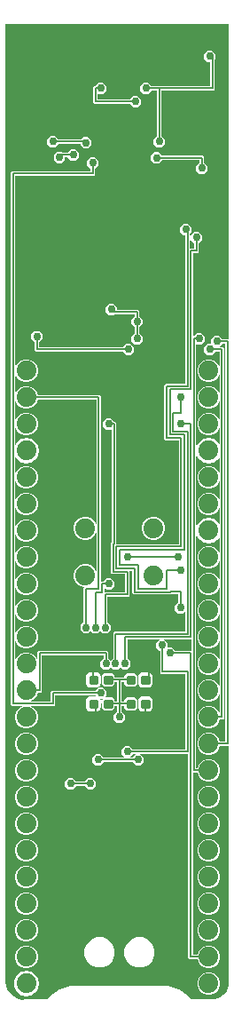
<source format=gbr>
G04 EAGLE Gerber RS-274X export*
G75*
%MOMM*%
%FSLAX34Y34*%
%LPD*%
%INBottom Copper*%
%IPPOS*%
%AMOC8*
5,1,8,0,0,1.08239X$1,22.5*%
G01*
%ADD10C,0.460000*%
%ADD11C,1.879600*%
%ADD12C,0.756400*%
%ADD13C,0.152400*%

G36*
X23240Y10097D02*
X23240Y10097D01*
X23240Y10098D01*
X23241Y10098D01*
X23380Y10155D01*
X24979Y10155D01*
X26573Y10287D01*
X26985Y10155D01*
X26986Y10156D01*
X26987Y10155D01*
X45543Y10155D01*
X45545Y10157D01*
X45547Y10157D01*
X47416Y12798D01*
X56594Y19583D01*
X67435Y23155D01*
X160758Y23155D01*
X171184Y19873D01*
X180143Y13610D01*
X182799Y10157D01*
X182802Y10157D01*
X182803Y10155D01*
X203200Y10155D01*
X205584Y10343D01*
X205585Y10343D01*
X205586Y10343D01*
X210120Y11816D01*
X210121Y11817D01*
X210122Y11817D01*
X213979Y14620D01*
X213979Y14621D01*
X213980Y14621D01*
X216783Y18478D01*
X216783Y18479D01*
X216784Y18480D01*
X218257Y23014D01*
X218257Y23015D01*
X218257Y23016D01*
X218266Y23123D01*
X218266Y23132D01*
X218266Y23133D01*
X218280Y23306D01*
X218281Y23316D01*
X218295Y23490D01*
X218295Y23500D01*
X218309Y23674D01*
X218310Y23684D01*
X218323Y23858D01*
X218324Y23868D01*
X218338Y24042D01*
X218339Y24052D01*
X218352Y24226D01*
X218353Y24236D01*
X218368Y24419D01*
X218368Y24429D01*
X218382Y24603D01*
X218383Y24613D01*
X218397Y24787D01*
X218397Y24797D01*
X218411Y24971D01*
X218412Y24981D01*
X218426Y25155D01*
X218426Y25165D01*
X218440Y25339D01*
X218441Y25349D01*
X218445Y25400D01*
X218445Y251714D01*
X218440Y251719D01*
X218440Y251718D01*
X218440Y251719D01*
X210475Y251719D01*
X210472Y251716D01*
X210471Y251716D01*
X208855Y247816D01*
X205784Y244745D01*
X201772Y243083D01*
X197428Y243083D01*
X193416Y244745D01*
X190345Y247816D01*
X188683Y251828D01*
X188683Y256172D01*
X190345Y260184D01*
X193416Y263255D01*
X197428Y264917D01*
X201772Y264917D01*
X205784Y263255D01*
X208855Y260184D01*
X210471Y256284D01*
X210474Y256283D01*
X210475Y256281D01*
X215392Y256281D01*
X215397Y256286D01*
X215396Y256286D01*
X215397Y256286D01*
X215397Y635254D01*
X215392Y635259D01*
X215392Y635258D01*
X215392Y635259D01*
X212510Y635259D01*
X212508Y635257D01*
X212506Y635257D01*
X209488Y632239D01*
X205850Y632239D01*
X205849Y632238D01*
X205847Y632238D01*
X205847Y632236D01*
X205845Y632234D01*
X205847Y632233D01*
X205847Y632230D01*
X205874Y632203D01*
X205877Y632203D01*
X205877Y632202D01*
X205878Y632201D01*
X213245Y632201D01*
X214581Y630865D01*
X214581Y278455D01*
X213245Y277119D01*
X210475Y277119D01*
X210472Y277116D01*
X210471Y277116D01*
X208855Y273216D01*
X205784Y270145D01*
X201772Y268483D01*
X197428Y268483D01*
X193416Y270145D01*
X190345Y273216D01*
X188683Y277228D01*
X188683Y281572D01*
X190345Y285584D01*
X193416Y288655D01*
X197428Y290317D01*
X201772Y290317D01*
X205784Y288655D01*
X208855Y285584D01*
X210009Y282798D01*
X210012Y282797D01*
X210013Y282795D01*
X210014Y282795D01*
X210015Y282795D01*
X210016Y282797D01*
X210019Y282799D01*
X210019Y282800D01*
X210019Y301400D01*
X210017Y301402D01*
X210016Y301405D01*
X210015Y301404D01*
X210014Y301405D01*
X210012Y301403D01*
X210009Y301402D01*
X208855Y298616D01*
X205784Y295545D01*
X201772Y293883D01*
X197428Y293883D01*
X193416Y295545D01*
X190345Y298616D01*
X188683Y302628D01*
X188683Y306972D01*
X190345Y310984D01*
X193416Y314055D01*
X197428Y315717D01*
X201772Y315717D01*
X205784Y314055D01*
X208855Y310984D01*
X210009Y308198D01*
X210012Y308197D01*
X210013Y308195D01*
X210014Y308195D01*
X210015Y308195D01*
X210016Y308198D01*
X210019Y308200D01*
X210019Y326800D01*
X210017Y326802D01*
X210016Y326805D01*
X210015Y326804D01*
X210014Y326805D01*
X210012Y326803D01*
X210009Y326802D01*
X208855Y324016D01*
X205784Y320945D01*
X201772Y319283D01*
X197428Y319283D01*
X193416Y320945D01*
X190345Y324016D01*
X188683Y328028D01*
X188683Y332372D01*
X190345Y336384D01*
X193416Y339455D01*
X197428Y341117D01*
X201772Y341117D01*
X205784Y339455D01*
X208855Y336384D01*
X210009Y333598D01*
X210012Y333597D01*
X210013Y333595D01*
X210014Y333596D01*
X210015Y333595D01*
X210016Y333598D01*
X210019Y333600D01*
X210019Y352200D01*
X210017Y352202D01*
X210016Y352205D01*
X210015Y352204D01*
X210014Y352205D01*
X210012Y352203D01*
X210009Y352202D01*
X208855Y349416D01*
X205784Y346345D01*
X201772Y344683D01*
X197428Y344683D01*
X193416Y346345D01*
X190345Y349416D01*
X188683Y353428D01*
X188683Y357772D01*
X190345Y361784D01*
X193416Y364855D01*
X197428Y366517D01*
X201772Y366517D01*
X205784Y364855D01*
X208855Y361784D01*
X210009Y358998D01*
X210012Y358997D01*
X210013Y358995D01*
X210014Y358996D01*
X210015Y358995D01*
X210016Y358998D01*
X210019Y359000D01*
X210019Y377600D01*
X210017Y377602D01*
X210016Y377605D01*
X210015Y377604D01*
X210014Y377605D01*
X210012Y377603D01*
X210009Y377602D01*
X208855Y374816D01*
X205784Y371745D01*
X201772Y370083D01*
X197428Y370083D01*
X193416Y371745D01*
X190345Y374816D01*
X188683Y378828D01*
X188683Y383172D01*
X190345Y387184D01*
X193416Y390255D01*
X197428Y391917D01*
X201772Y391917D01*
X205784Y390255D01*
X208855Y387184D01*
X210009Y384398D01*
X210012Y384397D01*
X210013Y384395D01*
X210014Y384395D01*
X210015Y384395D01*
X210016Y384398D01*
X210019Y384400D01*
X210019Y403000D01*
X210017Y403002D01*
X210016Y403005D01*
X210015Y403004D01*
X210014Y403005D01*
X210012Y403003D01*
X210009Y403002D01*
X208855Y400216D01*
X205784Y397145D01*
X201772Y395483D01*
X197428Y395483D01*
X193416Y397145D01*
X190345Y400216D01*
X188683Y404228D01*
X188683Y408572D01*
X190345Y412584D01*
X193416Y415655D01*
X197428Y417317D01*
X201772Y417317D01*
X205784Y415655D01*
X208855Y412584D01*
X210009Y409798D01*
X210012Y409797D01*
X210013Y409795D01*
X210014Y409795D01*
X210015Y409795D01*
X210016Y409798D01*
X210019Y409800D01*
X210019Y428400D01*
X210017Y428402D01*
X210016Y428405D01*
X210015Y428404D01*
X210014Y428405D01*
X210012Y428403D01*
X210009Y428402D01*
X208855Y425616D01*
X205784Y422545D01*
X201772Y420883D01*
X197428Y420883D01*
X193416Y422545D01*
X190345Y425616D01*
X188683Y429628D01*
X188683Y433972D01*
X190345Y437984D01*
X193416Y441055D01*
X197428Y442717D01*
X201772Y442717D01*
X205784Y441055D01*
X208855Y437984D01*
X210009Y435198D01*
X210012Y435197D01*
X210013Y435195D01*
X210014Y435195D01*
X210015Y435195D01*
X210016Y435198D01*
X210019Y435200D01*
X210019Y451342D01*
X210017Y451344D01*
X210017Y451346D01*
X210015Y451346D01*
X210014Y451347D01*
X210012Y451345D01*
X210009Y451344D01*
X209806Y450946D01*
X208702Y449426D01*
X207374Y448098D01*
X205854Y446994D01*
X204181Y446141D01*
X202394Y445561D01*
X200539Y445267D01*
X199605Y445267D01*
X199605Y457200D01*
X199605Y469133D01*
X200539Y469133D01*
X202394Y468839D01*
X204181Y468259D01*
X205854Y467406D01*
X207374Y466302D01*
X208702Y464974D01*
X209806Y463454D01*
X210009Y463056D01*
X210012Y463055D01*
X210013Y463053D01*
X210014Y463054D01*
X210016Y463053D01*
X210017Y463056D01*
X210019Y463058D01*
X210019Y479200D01*
X210017Y479202D01*
X210016Y479205D01*
X210015Y479204D01*
X210014Y479205D01*
X210012Y479203D01*
X210009Y479202D01*
X208855Y476416D01*
X205784Y473345D01*
X201772Y471683D01*
X197428Y471683D01*
X193416Y473345D01*
X190345Y476416D01*
X188683Y480428D01*
X188683Y484772D01*
X190345Y488784D01*
X193416Y491855D01*
X197428Y493517D01*
X201772Y493517D01*
X205784Y491855D01*
X208855Y488784D01*
X210009Y485998D01*
X210012Y485997D01*
X210013Y485995D01*
X210014Y485995D01*
X210015Y485995D01*
X210016Y485998D01*
X210019Y486000D01*
X210019Y504600D01*
X210017Y504602D01*
X210016Y504605D01*
X210015Y504604D01*
X210014Y504605D01*
X210011Y504603D01*
X210009Y504602D01*
X208855Y501816D01*
X205784Y498745D01*
X201772Y497083D01*
X197428Y497083D01*
X193416Y498745D01*
X190345Y501816D01*
X188683Y505828D01*
X188683Y510172D01*
X190345Y514184D01*
X193416Y517255D01*
X197428Y518917D01*
X201772Y518917D01*
X205784Y517255D01*
X208855Y514184D01*
X210009Y511398D01*
X210012Y511397D01*
X210013Y511395D01*
X210014Y511395D01*
X210015Y511395D01*
X210016Y511398D01*
X210019Y511400D01*
X210019Y527542D01*
X210017Y527544D01*
X210017Y527546D01*
X210015Y527546D01*
X210014Y527547D01*
X210012Y527545D01*
X210009Y527544D01*
X209806Y527146D01*
X208702Y525626D01*
X207374Y524298D01*
X205854Y523194D01*
X204181Y522341D01*
X202394Y521761D01*
X200539Y521467D01*
X199605Y521467D01*
X199605Y533400D01*
X199605Y545333D01*
X200539Y545333D01*
X202394Y545039D01*
X204181Y544459D01*
X205854Y543606D01*
X207374Y542502D01*
X208702Y541174D01*
X209806Y539654D01*
X210009Y539256D01*
X210012Y539255D01*
X210013Y539253D01*
X210014Y539254D01*
X210016Y539253D01*
X210017Y539256D01*
X210019Y539258D01*
X210019Y555400D01*
X210017Y555402D01*
X210016Y555405D01*
X210015Y555404D01*
X210014Y555405D01*
X210012Y555403D01*
X210009Y555402D01*
X208855Y552616D01*
X205784Y549545D01*
X201772Y547883D01*
X197428Y547883D01*
X193416Y549545D01*
X190345Y552616D01*
X188683Y556628D01*
X188683Y560972D01*
X190345Y564984D01*
X193416Y568055D01*
X197428Y569717D01*
X201772Y569717D01*
X205784Y568055D01*
X208855Y564984D01*
X210009Y562198D01*
X210012Y562197D01*
X210013Y562195D01*
X210014Y562195D01*
X210015Y562195D01*
X210016Y562198D01*
X210019Y562200D01*
X210019Y580800D01*
X210017Y580802D01*
X210016Y580805D01*
X210015Y580804D01*
X210014Y580805D01*
X210012Y580803D01*
X210009Y580802D01*
X208855Y578016D01*
X205784Y574945D01*
X201772Y573283D01*
X197428Y573283D01*
X193416Y574945D01*
X190345Y578016D01*
X188683Y582028D01*
X188683Y586372D01*
X190345Y590384D01*
X193416Y593455D01*
X197428Y595117D01*
X201772Y595117D01*
X205784Y593455D01*
X208855Y590384D01*
X210009Y587598D01*
X210012Y587597D01*
X210013Y587595D01*
X210014Y587595D01*
X210015Y587595D01*
X210016Y587598D01*
X210019Y587600D01*
X210019Y606200D01*
X210017Y606202D01*
X210016Y606205D01*
X210015Y606204D01*
X210014Y606205D01*
X210012Y606203D01*
X210009Y606202D01*
X208855Y603416D01*
X205784Y600345D01*
X201772Y598683D01*
X197428Y598683D01*
X193416Y600345D01*
X190345Y603416D01*
X188683Y607428D01*
X188683Y611772D01*
X190345Y615784D01*
X193416Y618855D01*
X197428Y620517D01*
X201772Y620517D01*
X205784Y618855D01*
X208855Y615784D01*
X210009Y612998D01*
X210012Y612997D01*
X210013Y612995D01*
X210014Y612995D01*
X210015Y612995D01*
X210016Y612998D01*
X210019Y613000D01*
X210019Y627634D01*
X210014Y627639D01*
X210014Y627638D01*
X210014Y627639D01*
X205878Y627639D01*
X205876Y627637D01*
X205874Y627637D01*
X202856Y624619D01*
X198464Y624619D01*
X195359Y627724D01*
X195359Y632116D01*
X198464Y635221D01*
X202102Y635221D01*
X202103Y635222D01*
X202105Y635222D01*
X202105Y635224D01*
X202107Y635226D01*
X202105Y635227D01*
X202105Y635230D01*
X201991Y635344D01*
X201991Y639736D01*
X205096Y642841D01*
X209488Y642841D01*
X212506Y639823D01*
X212509Y639822D01*
X212510Y639821D01*
X218440Y639821D01*
X218445Y639826D01*
X218444Y639826D01*
X218445Y639826D01*
X218445Y939800D01*
X218440Y939805D01*
X5560Y939805D01*
X5555Y939801D01*
X5556Y939800D01*
X5555Y939800D01*
X5555Y26007D01*
X5556Y26007D01*
X5555Y26007D01*
X5861Y23959D01*
X5862Y23958D01*
X5861Y23958D01*
X7417Y19625D01*
X7418Y19624D01*
X7417Y19623D01*
X10041Y15841D01*
X10042Y15840D01*
X13556Y12865D01*
X13557Y12865D01*
X13557Y12864D01*
X17721Y10900D01*
X17722Y10900D01*
X22252Y10080D01*
X22253Y10081D01*
X22253Y10080D01*
X23240Y10097D01*
G37*
%LPC*%
G36*
X197428Y39883D02*
X197428Y39883D01*
X193416Y41545D01*
X190345Y44616D01*
X188729Y48516D01*
X188726Y48517D01*
X188725Y48519D01*
X181427Y48519D01*
X180091Y49855D01*
X180091Y244094D01*
X180086Y244099D01*
X180086Y244098D01*
X180086Y244099D01*
X127138Y244099D01*
X127136Y244097D01*
X127134Y244097D01*
X124116Y241079D01*
X119724Y241079D01*
X116619Y244184D01*
X116619Y248576D01*
X119724Y251681D01*
X124116Y251681D01*
X127134Y248663D01*
X127137Y248662D01*
X127138Y248661D01*
X177038Y248661D01*
X177043Y248666D01*
X177042Y248666D01*
X177043Y248666D01*
X177043Y320294D01*
X177038Y320299D01*
X177038Y320298D01*
X177038Y320299D01*
X154531Y320299D01*
X153195Y321635D01*
X153195Y342674D01*
X153190Y342679D01*
X153190Y342678D01*
X153190Y342679D01*
X152744Y342679D01*
X149639Y345784D01*
X149639Y350176D01*
X152744Y353281D01*
X157136Y353281D01*
X160241Y350176D01*
X160241Y345784D01*
X157759Y343302D01*
X157758Y343299D01*
X157757Y343298D01*
X157757Y343066D01*
X157758Y343065D01*
X157758Y343063D01*
X157760Y343063D01*
X157762Y343061D01*
X157763Y343063D01*
X157766Y343063D01*
X160364Y345661D01*
X164756Y345661D01*
X167774Y342643D01*
X167777Y342642D01*
X167778Y342641D01*
X183134Y342641D01*
X183139Y342646D01*
X183138Y342646D01*
X183139Y342646D01*
X183139Y353314D01*
X183134Y353319D01*
X183134Y353318D01*
X183134Y353319D01*
X122062Y353319D01*
X122057Y353314D01*
X122058Y353314D01*
X122057Y353314D01*
X122057Y335418D01*
X122059Y335416D01*
X122059Y335414D01*
X125077Y332396D01*
X125077Y328004D01*
X121972Y324899D01*
X117580Y324899D01*
X115236Y327243D01*
X115229Y327244D01*
X115229Y327243D01*
X115228Y327243D01*
X112884Y324899D01*
X108492Y324899D01*
X106148Y327243D01*
X106141Y327244D01*
X106141Y327243D01*
X106140Y327243D01*
X103796Y324899D01*
X99404Y324899D01*
X96299Y328004D01*
X96299Y332396D01*
X99317Y335414D01*
X99318Y335417D01*
X99319Y335418D01*
X99319Y338074D01*
X99314Y338079D01*
X99314Y338078D01*
X99314Y338079D01*
X40386Y338079D01*
X40381Y338074D01*
X40382Y338074D01*
X40381Y338074D01*
X40381Y303855D01*
X39045Y302519D01*
X36275Y302519D01*
X36272Y302516D01*
X36271Y302516D01*
X34655Y298616D01*
X31584Y295545D01*
X28798Y294391D01*
X28797Y294388D01*
X28795Y294387D01*
X28796Y294386D01*
X28795Y294385D01*
X28798Y294383D01*
X28800Y294381D01*
X48514Y294381D01*
X48519Y294386D01*
X48518Y294386D01*
X48519Y294386D01*
X48519Y303205D01*
X49855Y304541D01*
X91302Y304541D01*
X91304Y304543D01*
X91306Y304543D01*
X94324Y307561D01*
X98716Y307561D01*
X101821Y304456D01*
X101821Y300064D01*
X100035Y298278D01*
X100035Y298276D01*
X100033Y298275D01*
X100034Y298273D01*
X100034Y298271D01*
X100037Y298271D01*
X100038Y298269D01*
X107452Y298269D01*
X109689Y296032D01*
X109689Y294386D01*
X109694Y294381D01*
X109694Y294382D01*
X109694Y294381D01*
X112014Y294381D01*
X112019Y294386D01*
X112018Y294386D01*
X112019Y294386D01*
X112019Y312674D01*
X112014Y312679D01*
X112014Y312678D01*
X112014Y312679D01*
X109694Y312679D01*
X109689Y312674D01*
X109690Y312674D01*
X109689Y312674D01*
X109689Y311028D01*
X107452Y308791D01*
X99688Y308791D01*
X97451Y311028D01*
X97451Y318892D01*
X99688Y321129D01*
X107452Y321129D01*
X109689Y318892D01*
X109689Y317246D01*
X109694Y317241D01*
X109694Y317242D01*
X109694Y317241D01*
X118906Y317241D01*
X118911Y317246D01*
X118910Y317246D01*
X118911Y317246D01*
X118911Y318892D01*
X121148Y321129D01*
X128912Y321129D01*
X131149Y318892D01*
X131149Y311028D01*
X128912Y308791D01*
X121148Y308791D01*
X118911Y311028D01*
X118911Y312674D01*
X118906Y312679D01*
X118906Y312678D01*
X118906Y312679D01*
X116586Y312679D01*
X116581Y312674D01*
X116582Y312674D01*
X116581Y312674D01*
X116581Y294386D01*
X116586Y294381D01*
X116586Y294382D01*
X116586Y294381D01*
X118906Y294381D01*
X118911Y294386D01*
X118910Y294386D01*
X118911Y294386D01*
X118911Y296032D01*
X121148Y298269D01*
X128912Y298269D01*
X131149Y296032D01*
X131149Y288168D01*
X128912Y285931D01*
X121148Y285931D01*
X118911Y288168D01*
X118911Y289814D01*
X118906Y289819D01*
X118906Y289818D01*
X118906Y289819D01*
X116586Y289819D01*
X116581Y289814D01*
X116582Y289814D01*
X116581Y289814D01*
X116581Y284618D01*
X116583Y284616D01*
X116583Y284614D01*
X119601Y281596D01*
X119601Y277204D01*
X116496Y274099D01*
X112104Y274099D01*
X108999Y277204D01*
X108999Y281596D01*
X112017Y284614D01*
X112018Y284617D01*
X112019Y284618D01*
X112019Y289814D01*
X112014Y289819D01*
X112014Y289818D01*
X112014Y289819D01*
X109694Y289819D01*
X109689Y289814D01*
X109690Y289814D01*
X109689Y289814D01*
X109689Y288168D01*
X107452Y285931D01*
X99688Y285931D01*
X97451Y288168D01*
X97451Y296032D01*
X98369Y296950D01*
X98369Y296952D01*
X98371Y296953D01*
X98369Y296955D01*
X98370Y296957D01*
X98367Y296957D01*
X98366Y296959D01*
X95913Y296959D01*
X95912Y296958D01*
X95911Y296958D01*
X95911Y296957D01*
X95908Y296954D01*
X95910Y296953D01*
X95909Y296951D01*
X96276Y296316D01*
X96605Y295087D01*
X96605Y292105D01*
X89475Y292105D01*
X89475Y299285D01*
X91986Y299285D01*
X91987Y299286D01*
X91989Y299286D01*
X91989Y299288D01*
X91991Y299290D01*
X91989Y299291D01*
X91989Y299294D01*
X91306Y299977D01*
X91303Y299978D01*
X91302Y299979D01*
X53086Y299979D01*
X53081Y299974D01*
X53082Y299974D01*
X53081Y299974D01*
X53081Y291155D01*
X51745Y289819D01*
X28800Y289819D01*
X28798Y289817D01*
X28795Y289816D01*
X28796Y289815D01*
X28795Y289814D01*
X28797Y289812D01*
X28798Y289809D01*
X31584Y288655D01*
X34655Y285584D01*
X36317Y281572D01*
X36317Y277228D01*
X34655Y273216D01*
X31584Y270145D01*
X27572Y268483D01*
X23228Y268483D01*
X19216Y270145D01*
X16145Y273216D01*
X14483Y277228D01*
X14483Y281572D01*
X16145Y285584D01*
X19216Y288655D01*
X22002Y289809D01*
X22003Y289812D01*
X22005Y289813D01*
X22004Y289814D01*
X22005Y289815D01*
X22002Y289816D01*
X22000Y289819D01*
X11755Y289819D01*
X10419Y291155D01*
X10419Y798505D01*
X11755Y799841D01*
X86614Y799841D01*
X86619Y799846D01*
X86618Y799846D01*
X86619Y799846D01*
X86619Y802502D01*
X86617Y802504D01*
X86617Y802506D01*
X83599Y805524D01*
X83599Y809916D01*
X86704Y813021D01*
X91096Y813021D01*
X94201Y809916D01*
X94201Y805524D01*
X91183Y802506D01*
X91182Y802503D01*
X91181Y802502D01*
X91181Y796615D01*
X89845Y795279D01*
X14986Y795279D01*
X14981Y795274D01*
X14982Y795274D01*
X14981Y795274D01*
X14981Y613000D01*
X14983Y612998D01*
X14984Y612995D01*
X14985Y612996D01*
X14986Y612995D01*
X14988Y612997D01*
X14991Y612998D01*
X16145Y615784D01*
X19216Y618855D01*
X23228Y620517D01*
X27572Y620517D01*
X31584Y618855D01*
X34655Y615784D01*
X36317Y611772D01*
X36317Y607428D01*
X34655Y603416D01*
X31584Y600345D01*
X27572Y598683D01*
X23228Y598683D01*
X19216Y600345D01*
X16145Y603416D01*
X14991Y606202D01*
X14988Y606203D01*
X14987Y606205D01*
X14986Y606205D01*
X14985Y606205D01*
X14983Y606202D01*
X14981Y606200D01*
X14981Y587600D01*
X14983Y587598D01*
X14984Y587595D01*
X14985Y587596D01*
X14986Y587595D01*
X14988Y587597D01*
X14991Y587598D01*
X16145Y590384D01*
X19216Y593455D01*
X23228Y595117D01*
X27572Y595117D01*
X31584Y593455D01*
X34655Y590384D01*
X36271Y586484D01*
X36274Y586483D01*
X36275Y586481D01*
X95433Y586481D01*
X96769Y585145D01*
X96769Y408686D01*
X96774Y408681D01*
X96774Y408682D01*
X96774Y408681D01*
X98922Y408681D01*
X98924Y408683D01*
X98926Y408683D01*
X101944Y411701D01*
X106336Y411701D01*
X109441Y408596D01*
X109441Y404204D01*
X106336Y401099D01*
X101944Y401099D01*
X99826Y403217D01*
X99824Y403217D01*
X99823Y403219D01*
X99821Y403218D01*
X99819Y403218D01*
X99819Y403215D01*
X99817Y403214D01*
X99817Y398526D01*
X99822Y398521D01*
X99822Y398522D01*
X99822Y398521D01*
X119634Y398521D01*
X119639Y398526D01*
X119638Y398526D01*
X119639Y398526D01*
X119639Y415798D01*
X119634Y415803D01*
X119634Y415802D01*
X119634Y415803D01*
X107259Y415803D01*
X105923Y417139D01*
X105923Y445953D01*
X106937Y446967D01*
X106938Y446970D01*
X106939Y446971D01*
X106939Y554090D01*
X106938Y554091D01*
X106938Y554093D01*
X106936Y554093D01*
X106934Y554095D01*
X106933Y554094D01*
X106932Y554093D01*
X106930Y554093D01*
X106336Y553499D01*
X101944Y553499D01*
X98839Y556604D01*
X98839Y560996D01*
X101944Y564101D01*
X106336Y564101D01*
X109354Y561083D01*
X109357Y561082D01*
X109358Y561081D01*
X110165Y561081D01*
X111501Y559745D01*
X111501Y444246D01*
X111506Y444241D01*
X111506Y444242D01*
X111506Y444241D01*
X170942Y444241D01*
X170947Y444246D01*
X170946Y444246D01*
X170947Y444246D01*
X170947Y543306D01*
X170942Y543311D01*
X170942Y543310D01*
X170942Y543311D01*
X158567Y543311D01*
X157231Y544647D01*
X157231Y595813D01*
X158567Y597149D01*
X177038Y597149D01*
X177043Y597154D01*
X177042Y597154D01*
X177043Y597154D01*
X177043Y738914D01*
X177038Y738919D01*
X177038Y738918D01*
X177038Y738919D01*
X175604Y738919D01*
X172499Y742024D01*
X172499Y746416D01*
X175604Y749521D01*
X179996Y749521D01*
X183101Y746416D01*
X183101Y742024D01*
X181607Y740530D01*
X181607Y740528D01*
X181605Y740527D01*
X181606Y740526D01*
X181605Y740526D01*
X181605Y726186D01*
X181610Y726181D01*
X181610Y726182D01*
X181610Y726181D01*
X185674Y726181D01*
X185679Y726186D01*
X185679Y731382D01*
X185677Y731384D01*
X185677Y731386D01*
X182659Y734404D01*
X182659Y738796D01*
X185764Y741901D01*
X190156Y741901D01*
X193261Y738796D01*
X193261Y734404D01*
X190243Y731386D01*
X190242Y731383D01*
X190241Y731382D01*
X190241Y722955D01*
X188905Y721619D01*
X184658Y721619D01*
X184653Y721614D01*
X184654Y721614D01*
X184653Y721614D01*
X184653Y642366D01*
X184658Y642361D01*
X184658Y642362D01*
X184658Y642361D01*
X185282Y642361D01*
X185284Y642363D01*
X185286Y642363D01*
X188304Y645381D01*
X192696Y645381D01*
X195801Y642276D01*
X195801Y637884D01*
X192696Y634779D01*
X188304Y634779D01*
X187710Y635373D01*
X187708Y635373D01*
X187707Y635375D01*
X187705Y635374D01*
X187703Y635374D01*
X187703Y635371D01*
X187701Y635370D01*
X187701Y534619D01*
X187703Y534617D01*
X187705Y534615D01*
X187706Y534614D01*
X187708Y534617D01*
X187711Y534619D01*
X187961Y536194D01*
X188541Y537981D01*
X189394Y539654D01*
X190498Y541174D01*
X191826Y542502D01*
X193346Y543606D01*
X195019Y544459D01*
X196806Y545039D01*
X198661Y545333D01*
X199595Y545333D01*
X199595Y533400D01*
X199595Y521467D01*
X198661Y521467D01*
X196806Y521761D01*
X195019Y522341D01*
X193346Y523194D01*
X191826Y524298D01*
X190498Y525626D01*
X189394Y527146D01*
X188541Y528819D01*
X187961Y530606D01*
X187711Y532181D01*
X187709Y532183D01*
X187707Y532186D01*
X187706Y532185D01*
X187706Y532186D01*
X187704Y532183D01*
X187701Y532181D01*
X187701Y458419D01*
X187703Y458417D01*
X187705Y458415D01*
X187706Y458414D01*
X187708Y458417D01*
X187711Y458419D01*
X187961Y459994D01*
X188541Y461781D01*
X189394Y463454D01*
X190498Y464974D01*
X191826Y466302D01*
X193346Y467406D01*
X195019Y468259D01*
X196806Y468839D01*
X198661Y469133D01*
X199595Y469133D01*
X199595Y457200D01*
X199595Y445267D01*
X198661Y445267D01*
X196806Y445561D01*
X195019Y446141D01*
X193346Y446994D01*
X191826Y448098D01*
X190498Y449426D01*
X189394Y450946D01*
X188541Y452619D01*
X187961Y454406D01*
X187711Y455981D01*
X187709Y455983D01*
X187707Y455986D01*
X187706Y455985D01*
X187706Y455986D01*
X187704Y455983D01*
X187701Y455981D01*
X187701Y230886D01*
X187706Y230881D01*
X187706Y230882D01*
X187706Y230881D01*
X188725Y230881D01*
X188728Y230884D01*
X188729Y230884D01*
X190345Y234784D01*
X193416Y237855D01*
X197428Y239517D01*
X201772Y239517D01*
X205784Y237855D01*
X208855Y234784D01*
X210517Y230772D01*
X210517Y226428D01*
X208855Y222416D01*
X205784Y219345D01*
X201772Y217683D01*
X197428Y217683D01*
X193416Y219345D01*
X190345Y222416D01*
X188729Y226316D01*
X188726Y226317D01*
X188725Y226319D01*
X184658Y226319D01*
X184653Y226314D01*
X184654Y226314D01*
X184653Y226314D01*
X184653Y53086D01*
X184658Y53081D01*
X184658Y53082D01*
X184658Y53081D01*
X188725Y53081D01*
X188728Y53084D01*
X188729Y53084D01*
X190345Y56984D01*
X193416Y60055D01*
X197428Y61717D01*
X201772Y61717D01*
X205784Y60055D01*
X208855Y56984D01*
X210517Y52972D01*
X210517Y48628D01*
X208855Y44616D01*
X205784Y41545D01*
X201772Y39883D01*
X197428Y39883D01*
G37*
%LPD*%
G36*
X106147Y333157D02*
X106147Y333157D01*
X106148Y333157D01*
X108405Y335414D01*
X108406Y335417D01*
X108407Y335418D01*
X108407Y359593D01*
X109743Y360929D01*
X177038Y360929D01*
X177043Y360934D01*
X177042Y360934D01*
X177043Y360934D01*
X177043Y380354D01*
X177042Y380355D01*
X177042Y380357D01*
X177040Y380357D01*
X177038Y380359D01*
X177037Y380357D01*
X177034Y380357D01*
X174916Y378239D01*
X170524Y378239D01*
X167419Y381344D01*
X167419Y385736D01*
X170437Y388754D01*
X170438Y388757D01*
X170439Y388758D01*
X170439Y396494D01*
X170434Y396499D01*
X170434Y396498D01*
X170434Y396499D01*
X163761Y396499D01*
X163759Y396497D01*
X163757Y396497D01*
X163505Y396245D01*
X128087Y396245D01*
X126751Y397581D01*
X126751Y418846D01*
X126746Y418851D01*
X126746Y418850D01*
X126746Y418851D01*
X124206Y418851D01*
X124201Y418846D01*
X124202Y418846D01*
X124201Y418846D01*
X124201Y395295D01*
X122865Y393959D01*
X103018Y393959D01*
X103013Y393954D01*
X103014Y393954D01*
X103013Y393954D01*
X103013Y369990D01*
X103015Y369988D01*
X103015Y369986D01*
X106033Y366968D01*
X106033Y362576D01*
X102928Y359471D01*
X98536Y359471D01*
X96104Y361903D01*
X96097Y361904D01*
X96097Y361903D01*
X96096Y361903D01*
X93664Y359471D01*
X89272Y359471D01*
X86872Y361871D01*
X86869Y361872D01*
X86868Y361873D01*
X86867Y361872D01*
X86865Y361872D01*
X86865Y361871D01*
X86864Y361871D01*
X84464Y359471D01*
X80072Y359471D01*
X76967Y362576D01*
X76967Y366968D01*
X79985Y369986D01*
X79986Y369989D01*
X79987Y369990D01*
X79987Y402519D01*
X80816Y403348D01*
X80816Y403350D01*
X80818Y403351D01*
X80816Y403353D01*
X80817Y403355D01*
X80814Y403355D01*
X80813Y403357D01*
X79616Y403357D01*
X75604Y405019D01*
X72533Y408090D01*
X70871Y412102D01*
X70871Y416446D01*
X72533Y420458D01*
X75604Y423529D01*
X79616Y425191D01*
X83960Y425191D01*
X87972Y423529D01*
X91043Y420458D01*
X92197Y417672D01*
X92200Y417671D01*
X92201Y417669D01*
X92202Y417669D01*
X92203Y417669D01*
X92204Y417672D01*
X92207Y417674D01*
X92207Y456086D01*
X92205Y456088D01*
X92204Y456091D01*
X92203Y456090D01*
X92202Y456091D01*
X92200Y456089D01*
X92197Y456088D01*
X91043Y453302D01*
X87972Y450231D01*
X83960Y448569D01*
X79616Y448569D01*
X75604Y450231D01*
X72533Y453302D01*
X70871Y457314D01*
X70871Y461658D01*
X72533Y465670D01*
X75604Y468741D01*
X79616Y470403D01*
X83960Y470403D01*
X87972Y468741D01*
X91043Y465670D01*
X92197Y462884D01*
X92200Y462883D01*
X92201Y462881D01*
X92202Y462881D01*
X92203Y462881D01*
X92204Y462884D01*
X92207Y462886D01*
X92207Y581914D01*
X92202Y581919D01*
X92202Y581918D01*
X92202Y581919D01*
X36275Y581919D01*
X36272Y581916D01*
X36271Y581916D01*
X34655Y578016D01*
X31584Y574945D01*
X27572Y573283D01*
X23228Y573283D01*
X19216Y574945D01*
X16145Y578016D01*
X14991Y580802D01*
X14988Y580803D01*
X14987Y580805D01*
X14986Y580805D01*
X14985Y580805D01*
X14983Y580802D01*
X14981Y580800D01*
X14981Y562200D01*
X14983Y562198D01*
X14984Y562195D01*
X14985Y562196D01*
X14986Y562195D01*
X14988Y562197D01*
X14991Y562198D01*
X16145Y564984D01*
X19216Y568055D01*
X23228Y569717D01*
X27572Y569717D01*
X31584Y568055D01*
X34655Y564984D01*
X36317Y560972D01*
X36317Y556628D01*
X34655Y552616D01*
X31584Y549545D01*
X27572Y547883D01*
X23228Y547883D01*
X19216Y549545D01*
X16145Y552616D01*
X14991Y555402D01*
X14988Y555403D01*
X14987Y555405D01*
X14986Y555405D01*
X14985Y555405D01*
X14983Y555402D01*
X14981Y555400D01*
X14981Y539258D01*
X14983Y539256D01*
X14983Y539254D01*
X14985Y539254D01*
X14986Y539253D01*
X14988Y539255D01*
X14991Y539256D01*
X15194Y539654D01*
X16298Y541174D01*
X17626Y542502D01*
X19146Y543606D01*
X20819Y544459D01*
X22606Y545039D01*
X24461Y545333D01*
X25395Y545333D01*
X25395Y533400D01*
X25395Y521467D01*
X24461Y521467D01*
X22606Y521761D01*
X20819Y522341D01*
X19146Y523194D01*
X17626Y524298D01*
X16298Y525626D01*
X15194Y527146D01*
X14991Y527544D01*
X14988Y527545D01*
X14987Y527547D01*
X14986Y527546D01*
X14984Y527547D01*
X14983Y527544D01*
X14981Y527542D01*
X14981Y511400D01*
X14983Y511398D01*
X14984Y511395D01*
X14985Y511396D01*
X14986Y511395D01*
X14988Y511397D01*
X14991Y511398D01*
X16145Y514184D01*
X19216Y517255D01*
X23228Y518917D01*
X27572Y518917D01*
X31584Y517255D01*
X34655Y514184D01*
X36317Y510172D01*
X36317Y505828D01*
X34655Y501816D01*
X31584Y498745D01*
X27572Y497083D01*
X23228Y497083D01*
X19216Y498745D01*
X16145Y501816D01*
X14991Y504602D01*
X14988Y504603D01*
X14987Y504605D01*
X14986Y504605D01*
X14985Y504605D01*
X14984Y504603D01*
X14981Y504601D01*
X14981Y504600D01*
X14981Y486000D01*
X14983Y485998D01*
X14984Y485995D01*
X14985Y485996D01*
X14986Y485995D01*
X14988Y485997D01*
X14991Y485998D01*
X16145Y488784D01*
X19216Y491855D01*
X23228Y493517D01*
X27572Y493517D01*
X31584Y491855D01*
X34655Y488784D01*
X36317Y484772D01*
X36317Y480428D01*
X34655Y476416D01*
X31584Y473345D01*
X27572Y471683D01*
X23228Y471683D01*
X19216Y473345D01*
X16145Y476416D01*
X14991Y479202D01*
X14988Y479203D01*
X14987Y479205D01*
X14986Y479205D01*
X14985Y479205D01*
X14984Y479203D01*
X14981Y479200D01*
X14981Y460600D01*
X14983Y460598D01*
X14984Y460595D01*
X14985Y460596D01*
X14986Y460595D01*
X14988Y460597D01*
X14991Y460598D01*
X16145Y463384D01*
X19216Y466455D01*
X23228Y468117D01*
X27572Y468117D01*
X31584Y466455D01*
X34655Y463384D01*
X36317Y459372D01*
X36317Y455028D01*
X34655Y451016D01*
X31584Y447945D01*
X27572Y446283D01*
X23228Y446283D01*
X19216Y447945D01*
X16145Y451016D01*
X14991Y453802D01*
X14988Y453803D01*
X14987Y453805D01*
X14986Y453804D01*
X14985Y453805D01*
X14983Y453802D01*
X14981Y453800D01*
X14981Y435200D01*
X14983Y435198D01*
X14984Y435195D01*
X14985Y435196D01*
X14986Y435195D01*
X14988Y435197D01*
X14991Y435198D01*
X16145Y437984D01*
X19216Y441055D01*
X23228Y442717D01*
X27572Y442717D01*
X31584Y441055D01*
X34655Y437984D01*
X36317Y433972D01*
X36317Y429628D01*
X34655Y425616D01*
X31584Y422545D01*
X27572Y420883D01*
X23228Y420883D01*
X19216Y422545D01*
X16145Y425616D01*
X14991Y428402D01*
X14988Y428403D01*
X14987Y428405D01*
X14986Y428404D01*
X14985Y428405D01*
X14983Y428402D01*
X14981Y428400D01*
X14981Y409800D01*
X14983Y409798D01*
X14984Y409795D01*
X14985Y409796D01*
X14986Y409795D01*
X14988Y409797D01*
X14991Y409798D01*
X16145Y412584D01*
X19216Y415655D01*
X23228Y417317D01*
X27572Y417317D01*
X31584Y415655D01*
X34655Y412584D01*
X36317Y408572D01*
X36317Y404228D01*
X34655Y400216D01*
X31584Y397145D01*
X27572Y395483D01*
X23228Y395483D01*
X19216Y397145D01*
X16145Y400216D01*
X14991Y403002D01*
X14988Y403003D01*
X14987Y403005D01*
X14986Y403004D01*
X14985Y403005D01*
X14983Y403002D01*
X14981Y403000D01*
X14981Y384400D01*
X14983Y384398D01*
X14984Y384395D01*
X14985Y384396D01*
X14986Y384395D01*
X14988Y384397D01*
X14991Y384398D01*
X16145Y387184D01*
X19216Y390255D01*
X23228Y391917D01*
X27572Y391917D01*
X31584Y390255D01*
X34655Y387184D01*
X36317Y383172D01*
X36317Y378828D01*
X34655Y374816D01*
X31584Y371745D01*
X27572Y370083D01*
X23228Y370083D01*
X19216Y371745D01*
X16145Y374816D01*
X14991Y377602D01*
X14988Y377603D01*
X14987Y377605D01*
X14986Y377604D01*
X14985Y377605D01*
X14983Y377602D01*
X14981Y377600D01*
X14981Y359000D01*
X14983Y358998D01*
X14984Y358995D01*
X14985Y358996D01*
X14986Y358995D01*
X14988Y358997D01*
X14991Y358998D01*
X16145Y361784D01*
X19216Y364855D01*
X23228Y366517D01*
X27572Y366517D01*
X31584Y364855D01*
X34655Y361784D01*
X36317Y357772D01*
X36317Y353428D01*
X34655Y349416D01*
X31584Y346345D01*
X27572Y344683D01*
X23228Y344683D01*
X19216Y346345D01*
X16145Y349416D01*
X14991Y352202D01*
X14988Y352203D01*
X14987Y352205D01*
X14986Y352204D01*
X14985Y352205D01*
X14983Y352202D01*
X14981Y352200D01*
X14981Y333600D01*
X14983Y333598D01*
X14984Y333595D01*
X14985Y333596D01*
X14986Y333595D01*
X14986Y333596D01*
X14988Y333597D01*
X14991Y333598D01*
X16145Y336384D01*
X19216Y339455D01*
X23228Y341117D01*
X27572Y341117D01*
X31584Y339455D01*
X34655Y336384D01*
X35809Y333598D01*
X35812Y333597D01*
X35813Y333595D01*
X35814Y333596D01*
X35815Y333595D01*
X35816Y333598D01*
X35819Y333600D01*
X35819Y341305D01*
X37155Y342641D01*
X102545Y342641D01*
X103881Y341305D01*
X103881Y335418D01*
X103883Y335416D01*
X103883Y335414D01*
X106140Y333157D01*
X106147Y333156D01*
X106147Y333157D01*
G37*
%LPC*%
G36*
X150204Y822739D02*
X150204Y822739D01*
X147099Y825844D01*
X147099Y830236D01*
X150117Y833254D01*
X150117Y833256D01*
X150119Y833257D01*
X150119Y833258D01*
X150119Y876554D01*
X150114Y876559D01*
X150114Y876558D01*
X150114Y876559D01*
X144918Y876559D01*
X144916Y876557D01*
X144914Y876557D01*
X141896Y873539D01*
X137504Y873539D01*
X134399Y876644D01*
X134399Y881036D01*
X137504Y884141D01*
X141896Y884141D01*
X144914Y881123D01*
X144917Y881122D01*
X144918Y881121D01*
X200914Y881121D01*
X200919Y881126D01*
X200918Y881126D01*
X200919Y881126D01*
X200919Y904014D01*
X200914Y904019D01*
X200914Y904018D01*
X200914Y904019D01*
X198464Y904019D01*
X195359Y907124D01*
X195359Y911516D01*
X198464Y914621D01*
X202856Y914621D01*
X205961Y911516D01*
X205961Y907124D01*
X205483Y906646D01*
X205482Y906643D01*
X205481Y906642D01*
X205481Y877895D01*
X204145Y876559D01*
X154686Y876559D01*
X154681Y876554D01*
X154682Y876554D01*
X154681Y876554D01*
X154681Y833258D01*
X154683Y833256D01*
X154683Y833254D01*
X157701Y830236D01*
X157701Y825844D01*
X154596Y822739D01*
X150204Y822739D01*
G37*
%LPD*%
%LPC*%
G36*
X92435Y40615D02*
X92435Y40615D01*
X87140Y42808D01*
X83088Y46860D01*
X80895Y52155D01*
X80895Y57885D01*
X83088Y63180D01*
X87140Y67232D01*
X92435Y69425D01*
X98165Y69425D01*
X103460Y67232D01*
X107512Y63180D01*
X109705Y57885D01*
X109705Y52155D01*
X107512Y46860D01*
X103460Y42808D01*
X98165Y40615D01*
X92435Y40615D01*
G37*
%LPD*%
%LPC*%
G36*
X130435Y40615D02*
X130435Y40615D01*
X125140Y42808D01*
X121088Y46860D01*
X118895Y52155D01*
X118895Y57885D01*
X121088Y63180D01*
X125140Y67232D01*
X130435Y69425D01*
X136165Y69425D01*
X141460Y67232D01*
X145512Y63180D01*
X147705Y57885D01*
X147705Y52155D01*
X145512Y46860D01*
X141460Y42808D01*
X136165Y40615D01*
X130435Y40615D01*
G37*
%LPD*%
%LPC*%
G36*
X120672Y624619D02*
X120672Y624619D01*
X117654Y627637D01*
X117651Y627638D01*
X117650Y627639D01*
X34615Y627639D01*
X33279Y628975D01*
X33279Y637072D01*
X33277Y637074D01*
X33277Y637076D01*
X30259Y640094D01*
X30259Y644486D01*
X33364Y647591D01*
X37756Y647591D01*
X40861Y644486D01*
X40861Y640094D01*
X37843Y637076D01*
X37843Y637074D01*
X37841Y637072D01*
X37841Y632206D01*
X37846Y632201D01*
X37846Y632202D01*
X37846Y632201D01*
X117650Y632201D01*
X117652Y632203D01*
X117654Y632203D01*
X120672Y635221D01*
X125064Y635221D01*
X128169Y632116D01*
X128169Y627724D01*
X125064Y624619D01*
X120672Y624619D01*
G37*
%LPD*%
%LPC*%
G36*
X128896Y634779D02*
X128896Y634779D01*
X125791Y637884D01*
X125791Y642276D01*
X128809Y645294D01*
X128810Y645297D01*
X128811Y645298D01*
X128811Y651090D01*
X128809Y651092D01*
X128809Y651094D01*
X125791Y654112D01*
X125791Y658504D01*
X128809Y661522D01*
X128810Y661525D01*
X128811Y661526D01*
X128811Y663194D01*
X128806Y663199D01*
X128806Y663198D01*
X128806Y663199D01*
X109358Y663199D01*
X109356Y663197D01*
X109354Y663197D01*
X108876Y662719D01*
X104484Y662719D01*
X101379Y665824D01*
X101379Y670216D01*
X104484Y673321D01*
X108876Y673321D01*
X111981Y670216D01*
X111981Y667766D01*
X111986Y667761D01*
X111986Y667762D01*
X111986Y667761D01*
X132037Y667761D01*
X133373Y666425D01*
X133373Y661526D01*
X133375Y661524D01*
X133375Y661522D01*
X136393Y658504D01*
X136393Y654112D01*
X133375Y651094D01*
X133374Y651091D01*
X133373Y651090D01*
X133373Y645298D01*
X133375Y645296D01*
X133375Y645294D01*
X136393Y642276D01*
X136393Y637884D01*
X133288Y634779D01*
X128896Y634779D01*
G37*
%LPD*%
%LPC*%
G36*
X127344Y860839D02*
X127344Y860839D01*
X124326Y863857D01*
X124323Y863858D01*
X124322Y863859D01*
X90495Y863859D01*
X89159Y865195D01*
X89159Y879785D01*
X90495Y881121D01*
X91302Y881121D01*
X91304Y881123D01*
X91306Y881123D01*
X94324Y884141D01*
X98716Y884141D01*
X101821Y881036D01*
X101821Y876644D01*
X98716Y873539D01*
X94324Y873539D01*
X93730Y874133D01*
X93728Y874133D01*
X93727Y874135D01*
X93725Y874134D01*
X93723Y874134D01*
X93723Y874131D01*
X93721Y874130D01*
X93721Y868426D01*
X93726Y868421D01*
X93726Y868422D01*
X93726Y868421D01*
X124322Y868421D01*
X124324Y868423D01*
X124326Y868423D01*
X127344Y871441D01*
X131736Y871441D01*
X134841Y868336D01*
X134841Y863944D01*
X131736Y860839D01*
X127344Y860839D01*
G37*
%LPD*%
%LPC*%
G36*
X190844Y797339D02*
X190844Y797339D01*
X187739Y800444D01*
X187739Y804836D01*
X190757Y807854D01*
X190757Y807856D01*
X190759Y807857D01*
X190758Y807857D01*
X190759Y807858D01*
X190759Y810346D01*
X190754Y810351D01*
X190754Y810350D01*
X190754Y810351D01*
X155078Y810351D01*
X155076Y810349D01*
X155074Y810349D01*
X152056Y807331D01*
X147664Y807331D01*
X144559Y810436D01*
X144559Y814828D01*
X147664Y817933D01*
X152056Y817933D01*
X155074Y814915D01*
X155077Y814914D01*
X155078Y814913D01*
X193985Y814913D01*
X195321Y813577D01*
X195321Y807858D01*
X195323Y807856D01*
X195323Y807854D01*
X198341Y804836D01*
X198341Y800444D01*
X195236Y797339D01*
X190844Y797339D01*
G37*
%LPD*%
%LPC*%
G36*
X23228Y166883D02*
X23228Y166883D01*
X19216Y168545D01*
X16145Y171616D01*
X14483Y175628D01*
X14483Y179972D01*
X16145Y183984D01*
X19216Y187055D01*
X23228Y188717D01*
X27572Y188717D01*
X31584Y187055D01*
X34655Y183984D01*
X36317Y179972D01*
X36317Y175628D01*
X34655Y171616D01*
X31584Y168545D01*
X27572Y166883D01*
X23228Y166883D01*
G37*
%LPD*%
%LPC*%
G36*
X197428Y166883D02*
X197428Y166883D01*
X193416Y168545D01*
X190345Y171616D01*
X188683Y175628D01*
X188683Y179972D01*
X190345Y183984D01*
X193416Y187055D01*
X197428Y188717D01*
X201772Y188717D01*
X205784Y187055D01*
X208855Y183984D01*
X210517Y179972D01*
X210517Y175628D01*
X208855Y171616D01*
X205784Y168545D01*
X201772Y166883D01*
X197428Y166883D01*
G37*
%LPD*%
%LPC*%
G36*
X23228Y39883D02*
X23228Y39883D01*
X19216Y41545D01*
X16145Y44616D01*
X14483Y48628D01*
X14483Y52972D01*
X16145Y56984D01*
X19216Y60055D01*
X23228Y61717D01*
X27572Y61717D01*
X31584Y60055D01*
X34655Y56984D01*
X36317Y52972D01*
X36317Y48628D01*
X34655Y44616D01*
X31584Y41545D01*
X27572Y39883D01*
X23228Y39883D01*
G37*
%LPD*%
%LPC*%
G36*
X23228Y243083D02*
X23228Y243083D01*
X19216Y244745D01*
X16145Y247816D01*
X14483Y251828D01*
X14483Y256172D01*
X16145Y260184D01*
X19216Y263255D01*
X23228Y264917D01*
X27572Y264917D01*
X31584Y263255D01*
X34655Y260184D01*
X36317Y256172D01*
X36317Y251828D01*
X34655Y247816D01*
X31584Y244745D01*
X27572Y243083D01*
X23228Y243083D01*
G37*
%LPD*%
%LPC*%
G36*
X23228Y217683D02*
X23228Y217683D01*
X19216Y219345D01*
X16145Y222416D01*
X14483Y226428D01*
X14483Y230772D01*
X16145Y234784D01*
X19216Y237855D01*
X23228Y239517D01*
X27572Y239517D01*
X31584Y237855D01*
X34655Y234784D01*
X36317Y230772D01*
X36317Y226428D01*
X34655Y222416D01*
X31584Y219345D01*
X27572Y217683D01*
X23228Y217683D01*
G37*
%LPD*%
%LPC*%
G36*
X23228Y192283D02*
X23228Y192283D01*
X19216Y193945D01*
X16145Y197016D01*
X14483Y201028D01*
X14483Y205372D01*
X16145Y209384D01*
X19216Y212455D01*
X23228Y214117D01*
X27572Y214117D01*
X31584Y212455D01*
X34655Y209384D01*
X36317Y205372D01*
X36317Y201028D01*
X34655Y197016D01*
X31584Y193945D01*
X27572Y192283D01*
X23228Y192283D01*
G37*
%LPD*%
%LPC*%
G36*
X197428Y141483D02*
X197428Y141483D01*
X193416Y143145D01*
X190345Y146216D01*
X188683Y150228D01*
X188683Y154572D01*
X190345Y158584D01*
X193416Y161655D01*
X197428Y163317D01*
X201772Y163317D01*
X205784Y161655D01*
X208855Y158584D01*
X210517Y154572D01*
X210517Y150228D01*
X208855Y146216D01*
X205784Y143145D01*
X201772Y141483D01*
X197428Y141483D01*
G37*
%LPD*%
%LPC*%
G36*
X144640Y448569D02*
X144640Y448569D01*
X140628Y450231D01*
X137557Y453302D01*
X135895Y457314D01*
X135895Y461658D01*
X137557Y465670D01*
X140628Y468741D01*
X144640Y470403D01*
X148984Y470403D01*
X152996Y468741D01*
X156067Y465670D01*
X157729Y461658D01*
X157729Y457314D01*
X156067Y453302D01*
X152996Y450231D01*
X148984Y448569D01*
X144640Y448569D01*
G37*
%LPD*%
%LPC*%
G36*
X23228Y141483D02*
X23228Y141483D01*
X19216Y143145D01*
X16145Y146216D01*
X14483Y150228D01*
X14483Y154572D01*
X16145Y158584D01*
X19216Y161655D01*
X23228Y163317D01*
X27572Y163317D01*
X31584Y161655D01*
X34655Y158584D01*
X36317Y154572D01*
X36317Y150228D01*
X34655Y146216D01*
X31584Y143145D01*
X27572Y141483D01*
X23228Y141483D01*
G37*
%LPD*%
%LPC*%
G36*
X197428Y116083D02*
X197428Y116083D01*
X193416Y117745D01*
X190345Y120816D01*
X188683Y124828D01*
X188683Y129172D01*
X190345Y133184D01*
X193416Y136255D01*
X197428Y137917D01*
X201772Y137917D01*
X205784Y136255D01*
X208855Y133184D01*
X210517Y129172D01*
X210517Y124828D01*
X208855Y120816D01*
X205784Y117745D01*
X201772Y116083D01*
X197428Y116083D01*
G37*
%LPD*%
%LPC*%
G36*
X197428Y90683D02*
X197428Y90683D01*
X193416Y92345D01*
X190345Y95416D01*
X188683Y99428D01*
X188683Y103772D01*
X190345Y107784D01*
X193416Y110855D01*
X197428Y112517D01*
X201772Y112517D01*
X205784Y110855D01*
X208855Y107784D01*
X210517Y103772D01*
X210517Y99428D01*
X208855Y95416D01*
X205784Y92345D01*
X201772Y90683D01*
X197428Y90683D01*
G37*
%LPD*%
%LPC*%
G36*
X23228Y90683D02*
X23228Y90683D01*
X19216Y92345D01*
X16145Y95416D01*
X14483Y99428D01*
X14483Y103772D01*
X16145Y107784D01*
X19216Y110855D01*
X23228Y112517D01*
X27572Y112517D01*
X31584Y110855D01*
X34655Y107784D01*
X36317Y103772D01*
X36317Y99428D01*
X34655Y95416D01*
X31584Y92345D01*
X27572Y90683D01*
X23228Y90683D01*
G37*
%LPD*%
%LPC*%
G36*
X197428Y65283D02*
X197428Y65283D01*
X193416Y66945D01*
X190345Y70016D01*
X188683Y74028D01*
X188683Y78372D01*
X190345Y82384D01*
X193416Y85455D01*
X197428Y87117D01*
X201772Y87117D01*
X205784Y85455D01*
X208855Y82384D01*
X210517Y78372D01*
X210517Y74028D01*
X208855Y70016D01*
X205784Y66945D01*
X201772Y65283D01*
X197428Y65283D01*
G37*
%LPD*%
%LPC*%
G36*
X23228Y65283D02*
X23228Y65283D01*
X19216Y66945D01*
X16145Y70016D01*
X14483Y74028D01*
X14483Y78372D01*
X16145Y82384D01*
X19216Y85455D01*
X23228Y87117D01*
X27572Y87117D01*
X31584Y85455D01*
X34655Y82384D01*
X36317Y78372D01*
X36317Y74028D01*
X34655Y70016D01*
X31584Y66945D01*
X27572Y65283D01*
X23228Y65283D01*
G37*
%LPD*%
%LPC*%
G36*
X197428Y14483D02*
X197428Y14483D01*
X193416Y16145D01*
X190345Y19216D01*
X188683Y23228D01*
X188683Y27572D01*
X190345Y31584D01*
X193416Y34655D01*
X197428Y36317D01*
X201772Y36317D01*
X205784Y34655D01*
X208855Y31584D01*
X210517Y27572D01*
X210517Y23228D01*
X208855Y19216D01*
X205784Y16145D01*
X201772Y14483D01*
X197428Y14483D01*
G37*
%LPD*%
%LPC*%
G36*
X197428Y192283D02*
X197428Y192283D01*
X193416Y193945D01*
X190345Y197016D01*
X188683Y201028D01*
X188683Y205372D01*
X190345Y209384D01*
X193416Y212455D01*
X197428Y214117D01*
X201772Y214117D01*
X205784Y212455D01*
X208855Y209384D01*
X210517Y205372D01*
X210517Y201028D01*
X208855Y197016D01*
X205784Y193945D01*
X201772Y192283D01*
X197428Y192283D01*
G37*
%LPD*%
%LPC*%
G36*
X23228Y116083D02*
X23228Y116083D01*
X19216Y117745D01*
X16145Y120816D01*
X14483Y124828D01*
X14483Y129172D01*
X16145Y133184D01*
X19216Y136255D01*
X23228Y137917D01*
X27572Y137917D01*
X31584Y136255D01*
X34655Y133184D01*
X36317Y129172D01*
X36317Y124828D01*
X34655Y120816D01*
X31584Y117745D01*
X27572Y116083D01*
X23228Y116083D01*
G37*
%LPD*%
%LPC*%
G36*
X91784Y233459D02*
X91784Y233459D01*
X88679Y236564D01*
X88679Y240956D01*
X91784Y244061D01*
X96176Y244061D01*
X99194Y241043D01*
X99197Y241042D01*
X99198Y241041D01*
X126862Y241041D01*
X126864Y241043D01*
X126866Y241043D01*
X129884Y244061D01*
X134276Y244061D01*
X137381Y240956D01*
X137381Y236564D01*
X134276Y233459D01*
X129884Y233459D01*
X126866Y236477D01*
X126863Y236478D01*
X126862Y236479D01*
X99198Y236479D01*
X99196Y236477D01*
X99194Y236477D01*
X96176Y233459D01*
X91784Y233459D01*
G37*
%LPD*%
%LPC*%
G36*
X80072Y821831D02*
X80072Y821831D01*
X76967Y824936D01*
X76967Y825754D01*
X76962Y825759D01*
X76962Y825758D01*
X76962Y825759D01*
X56018Y825759D01*
X56016Y825757D01*
X56014Y825757D01*
X52996Y822739D01*
X48604Y822739D01*
X45499Y825844D01*
X45499Y830236D01*
X48604Y833341D01*
X52996Y833341D01*
X56014Y830323D01*
X56017Y830322D01*
X56018Y830321D01*
X77958Y830321D01*
X77960Y830323D01*
X77962Y830323D01*
X80072Y832433D01*
X84464Y832433D01*
X87569Y829328D01*
X87569Y824936D01*
X84464Y821831D01*
X80072Y821831D01*
G37*
%LPD*%
%LPC*%
G36*
X65396Y210599D02*
X65396Y210599D01*
X62291Y213704D01*
X62291Y218096D01*
X65396Y221201D01*
X69788Y221201D01*
X72806Y218183D01*
X72809Y218182D01*
X72810Y218181D01*
X81142Y218181D01*
X81144Y218183D01*
X81146Y218183D01*
X84164Y221201D01*
X88556Y221201D01*
X91661Y218096D01*
X91661Y213704D01*
X88556Y210599D01*
X84164Y210599D01*
X81146Y213617D01*
X81143Y213618D01*
X81142Y213619D01*
X72810Y213619D01*
X72808Y213617D01*
X72806Y213617D01*
X69788Y210599D01*
X65396Y210599D01*
G37*
%LPD*%
%LPC*%
G36*
X54728Y807499D02*
X54728Y807499D01*
X51623Y810604D01*
X51623Y814996D01*
X54728Y818101D01*
X59120Y818101D01*
X59598Y817623D01*
X59601Y817622D01*
X59602Y817621D01*
X64914Y817621D01*
X64916Y817623D01*
X64918Y817623D01*
X67936Y820641D01*
X72328Y820641D01*
X75433Y817536D01*
X75433Y813144D01*
X72328Y810039D01*
X67936Y810039D01*
X64918Y813057D01*
X64915Y813058D01*
X64914Y813059D01*
X62230Y813059D01*
X62225Y813054D01*
X62226Y813054D01*
X62225Y813054D01*
X62225Y810604D01*
X59120Y807499D01*
X54728Y807499D01*
G37*
%LPD*%
%LPC*%
G36*
X13467Y25405D02*
X13467Y25405D01*
X13467Y26339D01*
X13761Y28194D01*
X14341Y29981D01*
X15194Y31654D01*
X16298Y33174D01*
X17626Y34502D01*
X19146Y35606D01*
X20819Y36459D01*
X22606Y37039D01*
X24461Y37333D01*
X25395Y37333D01*
X25395Y25405D01*
X13467Y25405D01*
G37*
%LPD*%
%LPC*%
G36*
X25405Y25405D02*
X25405Y25405D01*
X25405Y37333D01*
X26339Y37333D01*
X28194Y37039D01*
X29981Y36459D01*
X31654Y35606D01*
X33174Y34502D01*
X34502Y33174D01*
X35606Y31654D01*
X36459Y29981D01*
X37039Y28194D01*
X37333Y26339D01*
X37333Y25405D01*
X25405Y25405D01*
G37*
%LPD*%
%LPC*%
G36*
X25405Y533405D02*
X25405Y533405D01*
X25405Y545333D01*
X26339Y545333D01*
X28194Y545039D01*
X29981Y544459D01*
X31654Y543606D01*
X33174Y542502D01*
X34502Y541174D01*
X35606Y539654D01*
X36459Y537981D01*
X37039Y536194D01*
X37333Y534339D01*
X37333Y533405D01*
X25405Y533405D01*
G37*
%LPD*%
%LPC*%
G36*
X25405Y521467D02*
X25405Y521467D01*
X25405Y533395D01*
X37333Y533395D01*
X37333Y532461D01*
X37039Y530606D01*
X36459Y528819D01*
X35606Y527146D01*
X34502Y525626D01*
X33174Y524298D01*
X31654Y523194D01*
X29981Y522341D01*
X28194Y521761D01*
X26339Y521467D01*
X25405Y521467D01*
G37*
%LPD*%
%LPC*%
G36*
X25405Y13467D02*
X25405Y13467D01*
X25405Y25395D01*
X37333Y25395D01*
X37333Y24461D01*
X37039Y22606D01*
X36459Y20819D01*
X35606Y19146D01*
X34502Y17626D01*
X33174Y16298D01*
X31654Y15194D01*
X29981Y14341D01*
X28194Y13761D01*
X26339Y13467D01*
X25405Y13467D01*
G37*
%LPD*%
%LPC*%
G36*
X24461Y13467D02*
X24461Y13467D01*
X22606Y13761D01*
X20819Y14341D01*
X19146Y15194D01*
X17626Y16298D01*
X16298Y17626D01*
X15194Y19146D01*
X14341Y20819D01*
X13761Y22606D01*
X13467Y24461D01*
X13467Y25395D01*
X25395Y25395D01*
X25395Y13467D01*
X24461Y13467D01*
G37*
%LPD*%
%LPC*%
G36*
X131995Y314965D02*
X131995Y314965D01*
X131995Y317947D01*
X132324Y319176D01*
X132961Y320279D01*
X133861Y321179D01*
X134964Y321816D01*
X136193Y322145D01*
X139125Y322145D01*
X139125Y314965D01*
X131995Y314965D01*
G37*
%LPD*%
%LPC*%
G36*
X82335Y314965D02*
X82335Y314965D01*
X82335Y317947D01*
X82664Y319176D01*
X83301Y320279D01*
X84201Y321179D01*
X85304Y321816D01*
X86533Y322145D01*
X89465Y322145D01*
X89465Y314965D01*
X82335Y314965D01*
G37*
%LPD*%
%LPC*%
G36*
X82335Y292105D02*
X82335Y292105D01*
X82335Y295087D01*
X82664Y296316D01*
X83301Y297419D01*
X84201Y298319D01*
X85304Y298956D01*
X86533Y299285D01*
X89465Y299285D01*
X89465Y292105D01*
X82335Y292105D01*
G37*
%LPD*%
%LPC*%
G36*
X131995Y292105D02*
X131995Y292105D01*
X131995Y295087D01*
X132324Y296316D01*
X132961Y297419D01*
X133861Y298319D01*
X134964Y298956D01*
X136193Y299285D01*
X139125Y299285D01*
X139125Y292105D01*
X131995Y292105D01*
G37*
%LPD*%
%LPC*%
G36*
X89475Y314965D02*
X89475Y314965D01*
X89475Y322145D01*
X92407Y322145D01*
X93636Y321816D01*
X94739Y321179D01*
X95639Y320279D01*
X96276Y319176D01*
X96605Y317947D01*
X96605Y314965D01*
X89475Y314965D01*
G37*
%LPD*%
%LPC*%
G36*
X139135Y314965D02*
X139135Y314965D01*
X139135Y322145D01*
X142067Y322145D01*
X143296Y321816D01*
X144399Y321179D01*
X145299Y320279D01*
X145936Y319176D01*
X146265Y317947D01*
X146265Y314965D01*
X139135Y314965D01*
G37*
%LPD*%
%LPC*%
G36*
X139135Y292105D02*
X139135Y292105D01*
X139135Y299285D01*
X142067Y299285D01*
X143296Y298956D01*
X144399Y298319D01*
X145299Y297419D01*
X145936Y296316D01*
X146265Y295087D01*
X146265Y292105D01*
X139135Y292105D01*
G37*
%LPD*%
%LPC*%
G36*
X139135Y307775D02*
X139135Y307775D01*
X139135Y314955D01*
X146265Y314955D01*
X146265Y311973D01*
X145936Y310744D01*
X145299Y309641D01*
X144399Y308741D01*
X143296Y308104D01*
X142067Y307775D01*
X139135Y307775D01*
G37*
%LPD*%
%LPC*%
G36*
X89475Y307775D02*
X89475Y307775D01*
X89475Y314955D01*
X96605Y314955D01*
X96605Y311973D01*
X96276Y310744D01*
X95639Y309641D01*
X94739Y308741D01*
X93636Y308104D01*
X92407Y307775D01*
X89475Y307775D01*
G37*
%LPD*%
%LPC*%
G36*
X139135Y284915D02*
X139135Y284915D01*
X139135Y292095D01*
X146265Y292095D01*
X146265Y289113D01*
X145936Y287884D01*
X145299Y286781D01*
X144399Y285881D01*
X143296Y285244D01*
X142067Y284915D01*
X139135Y284915D01*
G37*
%LPD*%
%LPC*%
G36*
X89475Y284915D02*
X89475Y284915D01*
X89475Y292095D01*
X96605Y292095D01*
X96605Y289113D01*
X96276Y287884D01*
X95639Y286781D01*
X94739Y285881D01*
X93636Y285244D01*
X92407Y284915D01*
X89475Y284915D01*
G37*
%LPD*%
%LPC*%
G36*
X136193Y307775D02*
X136193Y307775D01*
X134964Y308104D01*
X133861Y308741D01*
X132961Y309641D01*
X132324Y310744D01*
X131995Y311973D01*
X131995Y314955D01*
X139125Y314955D01*
X139125Y307775D01*
X136193Y307775D01*
G37*
%LPD*%
%LPC*%
G36*
X86533Y307775D02*
X86533Y307775D01*
X85304Y308104D01*
X84201Y308741D01*
X83301Y309641D01*
X82664Y310744D01*
X82335Y311973D01*
X82335Y314955D01*
X89465Y314955D01*
X89465Y307775D01*
X86533Y307775D01*
G37*
%LPD*%
%LPC*%
G36*
X136193Y284915D02*
X136193Y284915D01*
X134964Y285244D01*
X133861Y285881D01*
X132961Y286781D01*
X132324Y287884D01*
X131995Y289113D01*
X131995Y292095D01*
X139125Y292095D01*
X139125Y284915D01*
X136193Y284915D01*
G37*
%LPD*%
%LPC*%
G36*
X86533Y284915D02*
X86533Y284915D01*
X85304Y285244D01*
X84201Y285881D01*
X83301Y286781D01*
X82664Y287884D01*
X82335Y289113D01*
X82335Y292095D01*
X89465Y292095D01*
X89465Y284915D01*
X86533Y284915D01*
G37*
%LPD*%
D10*
X87170Y294450D02*
X91770Y294450D01*
X91770Y289750D01*
X87170Y289750D01*
X87170Y294450D01*
X87170Y294120D02*
X91770Y294120D01*
X101270Y289750D02*
X105870Y289750D01*
X101270Y289750D02*
X101270Y294450D01*
X105870Y294450D01*
X105870Y289750D01*
X105870Y294120D02*
X101270Y294120D01*
X136830Y312610D02*
X141430Y312610D01*
X136830Y312610D02*
X136830Y317310D01*
X141430Y317310D01*
X141430Y312610D01*
X141430Y316980D02*
X136830Y316980D01*
X127330Y317310D02*
X122730Y317310D01*
X127330Y317310D02*
X127330Y312610D01*
X122730Y312610D01*
X122730Y317310D01*
X122730Y316980D02*
X127330Y316980D01*
X136830Y289750D02*
X141430Y289750D01*
X136830Y289750D02*
X136830Y294450D01*
X141430Y294450D01*
X141430Y289750D01*
X141430Y294120D02*
X136830Y294120D01*
X127330Y294450D02*
X122730Y294450D01*
X127330Y294450D02*
X127330Y289750D01*
X122730Y289750D01*
X122730Y294450D01*
X122730Y294120D02*
X127330Y294120D01*
X91770Y317310D02*
X87170Y317310D01*
X91770Y317310D02*
X91770Y312610D01*
X87170Y312610D01*
X87170Y317310D01*
X87170Y316980D02*
X91770Y316980D01*
X101270Y312610D02*
X105870Y312610D01*
X101270Y312610D02*
X101270Y317310D01*
X105870Y317310D01*
X105870Y312610D01*
X105870Y316980D02*
X101270Y316980D01*
D11*
X25400Y609600D03*
X25400Y584200D03*
X25400Y558800D03*
X25400Y533400D03*
X199600Y25400D03*
X199600Y50800D03*
X199600Y76200D03*
X199600Y101600D03*
X199600Y127000D03*
X199600Y152400D03*
X199600Y177800D03*
X199600Y203200D03*
X199600Y228600D03*
X199600Y254000D03*
X199600Y279400D03*
X199600Y304800D03*
X199600Y330200D03*
X199600Y355600D03*
X199600Y381000D03*
X199600Y406400D03*
X199600Y431800D03*
X199600Y457200D03*
X199600Y482600D03*
X199600Y508000D03*
X25400Y25400D03*
X25400Y50800D03*
X25400Y76200D03*
X25400Y101600D03*
X25400Y127000D03*
X25400Y152400D03*
X25400Y177800D03*
X25400Y203200D03*
X25400Y228600D03*
X25400Y254000D03*
X25400Y279400D03*
X25400Y304800D03*
X25400Y330200D03*
X25400Y355600D03*
X25400Y381000D03*
X25400Y406400D03*
X25400Y431800D03*
X25400Y457200D03*
X25400Y482600D03*
X25400Y508000D03*
X81788Y459486D03*
X146812Y459486D03*
X81788Y414274D03*
X146812Y414274D03*
X199600Y609600D03*
X199600Y584200D03*
X199600Y558800D03*
X199600Y533400D03*
D12*
X127000Y279400D03*
X91440Y279400D03*
X86360Y330200D03*
X142240Y332740D03*
X114300Y132080D03*
D13*
X89470Y330200D02*
X86360Y330200D01*
X89470Y330200D02*
X89470Y314960D01*
X139130Y314960D02*
X142240Y314960D01*
X142240Y332740D01*
X139130Y279400D02*
X127000Y279400D01*
X139130Y279400D02*
X139130Y292100D01*
X91440Y292100D02*
X91440Y279400D01*
X91440Y292100D02*
X89470Y292100D01*
D12*
X43180Y878840D03*
X144856Y871144D03*
X76200Y767080D03*
X104140Y688340D03*
X66040Y658190D03*
X195580Y668020D03*
X101600Y807720D03*
X127000Y520700D03*
D13*
X114300Y314960D02*
X103570Y314960D01*
X114300Y314960D02*
X125030Y314960D01*
X114300Y292100D02*
X103570Y292100D01*
X114300Y292100D02*
X114300Y314960D01*
X114300Y292100D02*
X125030Y292100D01*
D12*
X114300Y279400D03*
D13*
X114300Y292100D01*
D12*
X91468Y364772D03*
D13*
X91468Y398526D01*
X91440Y398526D01*
X91468Y398526D02*
X97536Y398526D01*
X97536Y406400D01*
D12*
X104140Y406400D03*
D13*
X97536Y406400D01*
D12*
X131092Y640080D03*
D13*
X131092Y655320D01*
X132080Y655320D01*
X132080Y656308D01*
X131092Y656308D01*
D12*
X131092Y656308D03*
D13*
X131092Y665480D01*
X106680Y665480D01*
X106680Y668020D01*
D12*
X106680Y668020D03*
X104140Y558800D03*
X100732Y364772D03*
D13*
X100732Y396240D01*
X121920Y396240D01*
X121920Y418084D01*
X108204Y418084D02*
X108204Y445008D01*
X109220Y445008D01*
X109220Y558800D02*
X104140Y558800D01*
X108204Y418084D02*
X121920Y418084D01*
X109220Y445008D02*
X109220Y558800D01*
D12*
X82268Y364772D03*
D13*
X82268Y401574D01*
X94488Y401574D01*
X94488Y584200D01*
X25400Y584200D01*
D12*
X86360Y215900D03*
X67592Y215900D03*
D13*
X86360Y215900D01*
D12*
X132080Y238760D03*
D13*
X93980Y238760D01*
D12*
X93980Y238760D03*
X162560Y340360D03*
D13*
X182372Y340360D01*
X182372Y50800D01*
X199600Y50800D01*
D12*
X121920Y246380D03*
D13*
X179324Y246380D01*
X179324Y322580D01*
X155476Y347980D02*
X154940Y347980D01*
D12*
X154940Y347980D03*
D13*
X155476Y322580D02*
X179324Y322580D01*
X155476Y322580D02*
X155476Y347980D01*
D12*
X170180Y431800D03*
D13*
X121920Y431800D01*
D12*
X121920Y431800D03*
D13*
X185420Y228600D02*
X199600Y228600D01*
X190500Y640080D02*
X185420Y640080D01*
D12*
X190500Y640080D03*
D13*
X185420Y640080D02*
X185420Y228600D01*
X199600Y254000D02*
X217678Y254000D01*
X217678Y637540D01*
D12*
X207292Y637540D03*
D13*
X217678Y637540D01*
D12*
X70132Y815340D03*
D13*
X56924Y815340D01*
X56924Y812800D01*
D12*
X56924Y812800D03*
D13*
X212300Y629920D02*
X212300Y279400D01*
X199600Y279400D01*
X200660Y629920D02*
X212300Y629920D01*
D12*
X200660Y629920D03*
X50800Y828040D03*
D13*
X82268Y828040D01*
X82268Y827132D01*
D12*
X82268Y827132D03*
X119776Y330200D03*
X172720Y558800D03*
D13*
X182372Y558800D01*
X119776Y355600D02*
X119776Y330200D01*
X182372Y355600D02*
X182372Y558800D01*
X182372Y355600D02*
X119776Y355600D01*
D12*
X110688Y330200D03*
X172720Y584200D03*
D13*
X179324Y358648D02*
X110688Y358648D01*
X179324Y358648D02*
X179324Y551716D01*
X172720Y568960D02*
X165636Y568960D01*
X172720Y568960D02*
X172720Y584200D01*
X110688Y358648D02*
X110688Y330200D01*
X165636Y551716D02*
X179324Y551716D01*
X165636Y551716D02*
X165636Y568960D01*
D12*
X101600Y330200D03*
D13*
X101600Y340360D01*
X38100Y340360D01*
X38100Y304800D01*
X25400Y304800D01*
D12*
X96520Y302260D03*
D13*
X50800Y302260D01*
X50800Y292100D02*
X12700Y292100D01*
X88900Y797560D02*
X88900Y807720D01*
D12*
X88900Y807720D03*
D13*
X50800Y302260D02*
X50800Y292100D01*
X12700Y292100D02*
X12700Y797560D01*
X88900Y797560D01*
D12*
X35560Y642290D03*
D13*
X35560Y629920D01*
D12*
X122868Y629920D03*
D13*
X35560Y629920D01*
D12*
X172720Y383540D03*
D13*
X172720Y398780D01*
X162560Y398780D01*
X162560Y398526D01*
X129032Y398526D01*
X129032Y421132D02*
X111252Y421132D01*
X173228Y441960D02*
X173228Y545592D01*
X179324Y594868D02*
X159512Y594868D01*
X129032Y421132D02*
X129032Y398526D01*
X111252Y421132D02*
X111252Y441960D01*
X173228Y441960D01*
X173228Y545592D02*
X159512Y545592D01*
X159512Y594868D01*
X177800Y744220D02*
X179324Y744220D01*
D12*
X177800Y744220D03*
D13*
X179324Y744220D02*
X179324Y594868D01*
D12*
X172720Y419100D03*
D13*
X159512Y419100D01*
X159512Y401574D01*
X132080Y401574D01*
X132080Y424180D02*
X114300Y424180D01*
X162560Y548640D02*
X176276Y548640D01*
X162560Y548640D02*
X162560Y591820D01*
X182372Y591820D01*
X132080Y424180D02*
X132080Y401574D01*
X114300Y424180D02*
X114300Y438884D01*
X176276Y438884D01*
X176276Y548640D01*
D12*
X187960Y736600D03*
D13*
X187960Y723900D01*
X182372Y723900D02*
X182372Y591820D01*
X182372Y723900D02*
X187960Y723900D01*
D12*
X149860Y812632D03*
D13*
X193040Y812632D01*
X193040Y802640D01*
D12*
X193040Y802640D03*
X129540Y866140D03*
D13*
X91440Y866140D01*
X91440Y878840D01*
X96520Y878840D01*
D12*
X96520Y878840D03*
X152400Y828040D03*
D13*
X152400Y878840D01*
X139700Y878840D01*
D12*
X139700Y878840D03*
D13*
X152400Y878840D02*
X203200Y878840D01*
X203200Y909320D01*
X200660Y909320D01*
D12*
X200660Y909320D03*
M02*

</source>
